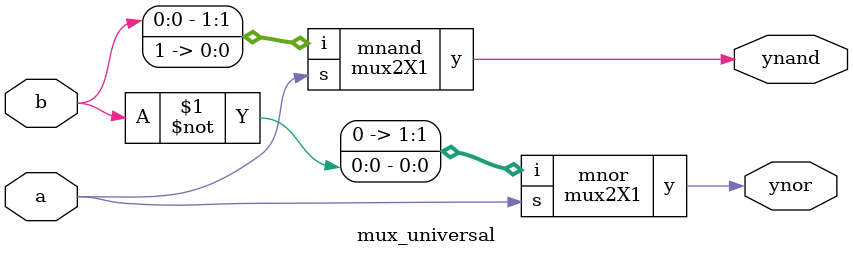
<source format=v>
module mux2X1(i,s,y);
input [1:0]i;
input s;
output y;

assign y = s?i[1]:i[0];

endmodule

module mux_universal(a,b,ynand,ynor);
input a,b;
output ynand,ynor;

mux2X1 mnand({b,1'b1},a,ynand); 
mux2X1 mnor({1'b0,(~b)},a,ynor);
endmodule



</source>
